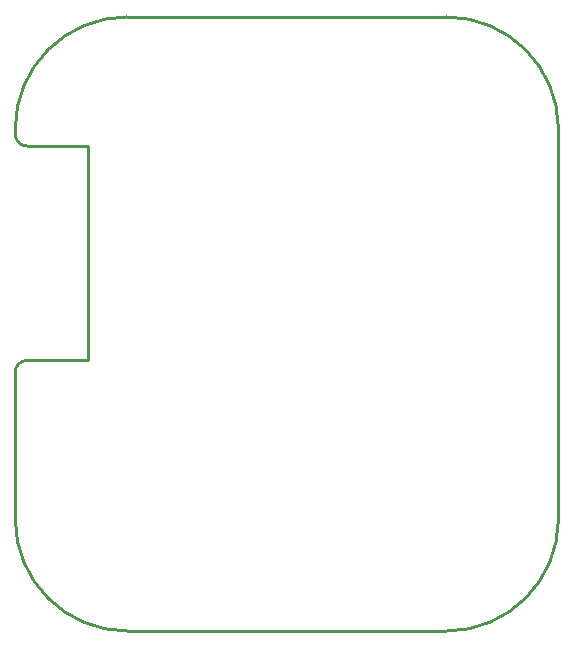
<source format=gko>
G04 Layer: BoardOutlineLayer*
G04 EasyEDA Pro v3.2.69, 2026-01-08 09:06:00*
G04 Gerber Generator version 0.3*
G04 Scale: 100 percent, Rotated: No, Reflected: No*
G04 Dimensions in millimeters*
G04 Leading zeros omitted, absolute positions, 4 integers and 5 decimals*
G04 Generated by one-click*
%FSLAX45Y45*%
%MOMM*%
%ADD10C,0.254*%
%ADD11C,0.9942*%
G75*


G04 PolygonModel Start*
G54D10*
G01X0Y950000D02*
G01X0Y2191467D01*
G02X100000Y2291467I100000J0D01*
G01X614498Y2291467D01*
G01X614498Y4107426D01*
G01X100000Y4107426D01*
G02X0Y4207426I0J100000D01*
G01X0Y4250000D01*
G02X950000Y5200000I950000J0D01*
G01X3650000Y5200000D01*
G02X4600000Y4250000I0J-950000D01*
G01X4600000Y950000D01*
G02X3650000Y0I-950000J0D01*
G01X950000Y0D01*
G02X0Y950000I0J950000D01*

M02*


</source>
